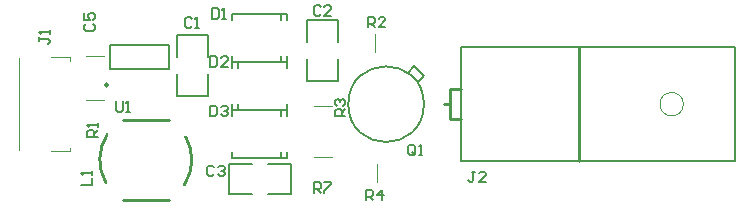
<source format=gto>
G04 Layer_Color=65535*
%FSLAX23Y23*%
%MOIN*%
G70*
G01*
G75*
%ADD23C,0.010*%
%ADD30C,0.008*%
%ADD31C,0.010*%
%ADD32C,0.001*%
%ADD33C,0.004*%
%ADD34C,0.005*%
D23*
X-1214Y-102D02*
G03*
X-1218Y-261I129J-83D01*
G01*
X-956Y-268D02*
G03*
X-952Y-109I-129J83D01*
G01*
X-1162Y-52D02*
X-1008D01*
X-1162Y-318D02*
X-1008D01*
X360Y-189D02*
Y189D01*
X-70Y-50D02*
X-35D01*
X-70Y50D02*
X-35D01*
X-70Y-50D02*
Y50D01*
X-90Y0D02*
X-70D01*
D30*
X-158D02*
G03*
X-158Y0I-126J0D01*
G01*
X-212Y105D02*
X-190Y128D01*
X-156Y94D01*
X-178Y73D02*
X-156Y94D01*
X-601Y-301D02*
Y-199D01*
X-806Y-301D02*
Y-199D01*
X-676Y-301D02*
X-601D01*
X-806D02*
X-731D01*
X-676Y-199D02*
X-601D01*
X-806D02*
X-731D01*
X-546Y78D02*
X-444D01*
X-546Y282D02*
X-444D01*
X-546Y78D02*
Y152D01*
Y208D02*
Y282D01*
X-444Y78D02*
Y152D01*
Y208D02*
Y282D01*
X-981Y28D02*
X-879D01*
X-981Y232D02*
X-879D01*
X-981Y28D02*
Y102D01*
Y158D02*
Y232D01*
X-879Y28D02*
Y102D01*
Y158D02*
Y232D01*
X-1205Y117D02*
X-1009D01*
X-1205Y196D02*
X-1009D01*
X-1205Y117D02*
Y196D01*
X-1009Y117D02*
Y196D01*
X-796Y-19D02*
X-614D01*
X-796D02*
Y1D01*
X-614Y-19D02*
Y1D01*
Y119D02*
Y139D01*
X-796Y119D02*
Y139D01*
X-614D01*
X-776Y119D02*
Y139D01*
Y-19D02*
Y1D01*
X-796Y-21D02*
X-614D01*
Y-41D02*
Y-21D01*
X-796Y-41D02*
Y-21D01*
X-796Y-159D02*
X-796Y-179D01*
X-614D02*
Y-159D01*
X-796Y-179D02*
X-614D01*
X-634D02*
Y-159D01*
Y-41D02*
Y-21D01*
X-796Y299D02*
X-614D01*
Y279D02*
Y299D01*
X-796Y279D02*
Y299D01*
Y141D02*
Y161D01*
X-614Y141D02*
Y161D01*
X-796Y141D02*
X-614Y141D01*
X-634D02*
X-634Y161D01*
X-634Y279D02*
Y299D01*
X-35Y-189D02*
X880D01*
Y189D01*
X-35D02*
X880D01*
X-35Y-189D02*
Y189D01*
D31*
X-1211Y64D02*
G03*
X-1211Y64I-5J0D01*
G01*
D32*
X707Y0D02*
G03*
X707Y0I-39J0D01*
G01*
D33*
X-315Y-260D02*
Y-200D01*
X-1285Y15D02*
X-1225D01*
X-320Y175D02*
Y235D01*
X-525Y-175D02*
X-465D01*
X-525Y-5D02*
X-465D01*
X-1285Y160D02*
X-1225D01*
X-1509Y-154D02*
Y154D01*
X-1400Y-157D02*
X-1337D01*
X-1400Y157D02*
X-1337D01*
X-1337Y-145D02*
X-1337Y-157D01*
X-1337Y145D02*
X-1337Y157D01*
D34*
X13Y-225D02*
X2D01*
X7D01*
Y-254D01*
X2Y-260D01*
X-4D01*
X-10Y-254D01*
X48Y-260D02*
X25D01*
X48Y-237D01*
Y-231D01*
X42Y-225D01*
X31D01*
X25Y-231D01*
X-1440Y223D02*
Y212D01*
Y217D01*
X-1411D01*
X-1405Y212D01*
Y206D01*
X-1411Y200D01*
X-1405Y235D02*
Y247D01*
Y241D01*
X-1440D01*
X-1434Y235D01*
X-1284Y268D02*
X-1290Y262D01*
Y251D01*
X-1284Y245D01*
X-1261D01*
X-1255Y251D01*
Y262D01*
X-1261Y268D01*
X-1290Y303D02*
Y280D01*
X-1272D01*
X-1278Y292D01*
Y297D01*
X-1272Y303D01*
X-1261D01*
X-1255Y297D01*
Y286D01*
X-1261Y280D01*
X-865Y320D02*
Y285D01*
X-848D01*
X-842Y291D01*
Y314D01*
X-848Y320D01*
X-865D01*
X-830Y285D02*
X-818D01*
X-824D01*
Y320D01*
X-830Y314D01*
X-870Y-5D02*
Y-40D01*
X-853D01*
X-847Y-34D01*
Y-11D01*
X-853Y-5D01*
X-870D01*
X-835Y-11D02*
X-829Y-5D01*
X-818D01*
X-812Y-11D01*
Y-17D01*
X-818Y-23D01*
X-823D01*
X-818D01*
X-812Y-28D01*
Y-34D01*
X-818Y-40D01*
X-829D01*
X-835Y-34D01*
X-870Y160D02*
Y125D01*
X-853D01*
X-847Y131D01*
Y154D01*
X-853Y160D01*
X-870D01*
X-812Y125D02*
X-835D01*
X-812Y148D01*
Y154D01*
X-818Y160D01*
X-829D01*
X-835Y154D01*
X-1300Y-270D02*
X-1265D01*
Y-247D01*
Y-235D02*
Y-223D01*
Y-229D01*
X-1300D01*
X-1294Y-235D01*
X-1185Y10D02*
Y-19D01*
X-1179Y-25D01*
X-1168D01*
X-1162Y-19D01*
Y10D01*
X-1150Y-25D02*
X-1138D01*
X-1144D01*
Y10D01*
X-1150Y4D01*
X-187Y-164D02*
Y-141D01*
X-193Y-135D01*
X-204D01*
X-210Y-141D01*
Y-164D01*
X-204Y-170D01*
X-193D01*
X-198Y-158D02*
X-187Y-170D01*
X-193D02*
X-187Y-164D01*
X-175Y-170D02*
X-163D01*
X-169D01*
Y-135D01*
X-175Y-141D01*
X-420Y-40D02*
X-455D01*
Y-23D01*
X-449Y-17D01*
X-437D01*
X-432Y-23D01*
Y-40D01*
Y-28D02*
X-420Y-17D01*
X-449Y-5D02*
X-455Y1D01*
Y12D01*
X-449Y18D01*
X-443D01*
X-437Y12D01*
Y7D01*
Y12D01*
X-432Y18D01*
X-426D01*
X-420Y12D01*
Y1D01*
X-426Y-5D01*
X-857Y-211D02*
X-863Y-205D01*
X-874D01*
X-880Y-211D01*
Y-234D01*
X-874Y-240D01*
X-863D01*
X-857Y-234D01*
X-845Y-211D02*
X-839Y-205D01*
X-828D01*
X-822Y-211D01*
Y-217D01*
X-828Y-223D01*
X-833D01*
X-828D01*
X-822Y-228D01*
Y-234D01*
X-828Y-240D01*
X-839D01*
X-845Y-234D01*
X-525Y-295D02*
Y-260D01*
X-508D01*
X-502Y-266D01*
Y-278D01*
X-508Y-283D01*
X-525D01*
X-513D02*
X-502Y-295D01*
X-490Y-260D02*
X-467D01*
Y-266D01*
X-490Y-289D01*
Y-295D01*
X-502Y324D02*
X-508Y330D01*
X-519D01*
X-525Y324D01*
Y301D01*
X-519Y295D01*
X-508D01*
X-502Y301D01*
X-467Y295D02*
X-490D01*
X-467Y318D01*
Y324D01*
X-473Y330D01*
X-484D01*
X-490Y324D01*
X-344Y256D02*
Y291D01*
X-327D01*
X-321Y285D01*
Y273D01*
X-327Y267D01*
X-344D01*
X-333D02*
X-321Y256D01*
X-286D02*
X-309D01*
X-286Y279D01*
Y285D01*
X-292Y291D01*
X-303D01*
X-309Y285D01*
X-1245Y-110D02*
X-1280D01*
Y-93D01*
X-1274Y-87D01*
X-1262D01*
X-1257Y-93D01*
Y-110D01*
Y-98D02*
X-1245Y-87D01*
Y-75D02*
Y-63D01*
Y-69D01*
X-1280D01*
X-1274Y-75D01*
X-932Y284D02*
X-938Y290D01*
X-949D01*
X-955Y284D01*
Y261D01*
X-949Y255D01*
X-938D01*
X-932Y261D01*
X-920Y255D02*
X-908D01*
X-914D01*
Y290D01*
X-920Y284D01*
X-350Y-320D02*
Y-285D01*
X-333D01*
X-327Y-291D01*
Y-303D01*
X-333Y-308D01*
X-350D01*
X-338D02*
X-327Y-320D01*
X-298D02*
Y-285D01*
X-315Y-303D01*
X-292D01*
M02*

</source>
